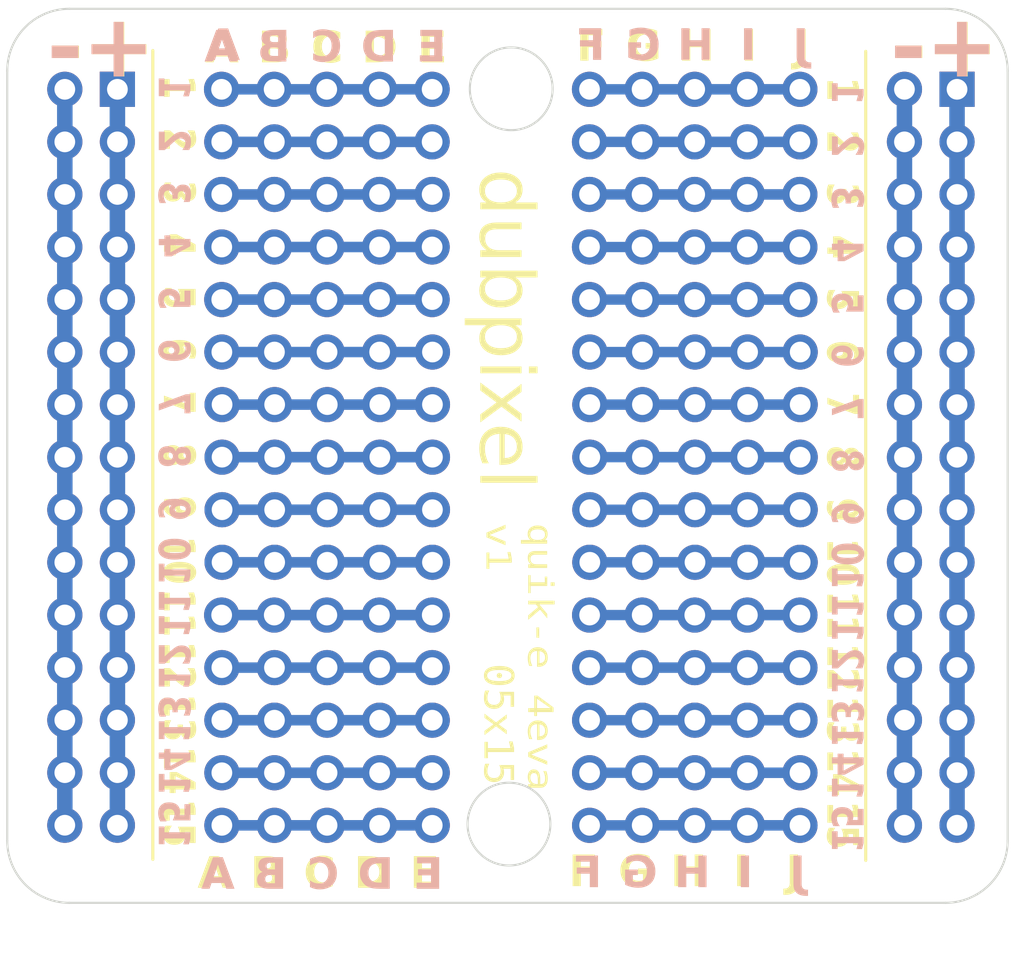
<source format=kicad_pcb>
(kicad_pcb (version 20221018) (generator pcbnew)
  (layers (0 "F.Cu" signal) (1 "In1.Cu" signal) (2 "In2.Cu" signal) (31 "B.Cu" signal) (34 "B.Paste" user) (35 "F.Paste" user) (36 "B.SilkS" user "B.Silkscreen") (37 "F.SilkS" user "F.Silkscreen") (38 "B.Mask" user) (39 "F.Mask" user) (44 "Edge.Cuts" user))
  (net 0 "")
  (net 1 "VCC")
  (net 2 "GND")
  (footprint "DPX_CONN:dpx-02x15-nosilk" (layer "F.Cu") (at 46.22 33.615)
    (fp_text reference "J1" hide)
    (fp_text value "Conn_02x30_Top_Bottom" hide)
    (pad "1" thru_hole rect (at 0 0) (size 1.7 1.7) (drill 1) (layers "*.Cu" "*.Mask") (net 1 "VCC"))
    (pad "2" thru_hole oval (at -2.54 0) (size 1.7 1.7) (drill 1) (layers "*.Cu" "*.Mask") (net 2 "GND"))
    (pad "3" thru_hole oval (at 0 2.54) (size 1.7 1.7) (drill 1) (layers "*.Cu" "*.Mask") (net 1 "VCC"))
    (pad "4" thru_hole oval (at -2.54 2.54) (size 1.7 1.7) (drill 1) (layers "*.Cu" "*.Mask") (net 2 "GND"))
    (pad "5" thru_hole oval (at 0 5.08) (size 1.7 1.7) (drill 1) (layers "*.Cu" "*.Mask") (net 1 "VCC"))
    (pad "6" thru_hole oval (at -2.54 5.08) (size 1.7 1.7) (drill 1) (layers "*.Cu" "*.Mask") (net 2 "GND"))
    (pad "7" thru_hole oval (at 0 7.62) (size 1.7 1.7) (drill 1) (layers "*.Cu" "*.Mask") (net 1 "VCC"))
    (pad "8" thru_hole oval (at -2.54 7.62) (size 1.7 1.7) (drill 1) (layers "*.Cu" "*.Mask") (net 2 "GND"))
    (pad "9" thru_hole oval (at 0 10.16) (size 1.7 1.7) (drill 1) (layers "*.Cu" "*.Mask") (net 1 "VCC"))
    (pad "10" thru_hole oval (at -2.54 10.16) (size 1.7 1.7) (drill 1) (layers "*.Cu" "*.Mask") (net 2 "GND"))
    (pad "11" thru_hole oval (at 0 12.7) (size 1.7 1.7) (drill 1) (layers "*.Cu" "*.Mask") (net 1 "VCC"))
    (pad "12" thru_hole oval (at -2.54 12.7) (size 1.7 1.7) (drill 1) (layers "*.Cu" "*.Mask") (net 2 "GND"))
    (pad "13" thru_hole oval (at 0 15.24) (size 1.7 1.7) (drill 1) (layers "*.Cu" "*.Mask") (net 1 "VCC"))
    (pad "14" thru_hole oval (at -2.54 15.24) (size 1.7 1.7) (drill 1) (layers "*.Cu" "*.Mask") (net 2 "GND"))
    (pad "15" thru_hole oval (at 0 17.78) (size 1.7 1.7) (drill 1) (layers "*.Cu" "*.Mask") (net 1 "VCC"))
    (pad "16" thru_hole oval (at -2.54 17.78) (size 1.7 1.7) (drill 1) (layers "*.Cu" "*.Mask") (net 2 "GND"))
    (pad "17" thru_hole oval (at 0 20.32) (size 1.7 1.7) (drill 1) (layers "*.Cu" "*.Mask") (net 1 "VCC"))
    (pad "18" thru_hole oval (at -2.54 20.32) (size 1.7 1.7) (drill 1) (layers "*.Cu" "*.Mask") (net 2 "GND"))
    (pad "19" thru_hole oval (at 0 22.86) (size 1.7 1.7) (drill 1) (layers "*.Cu" "*.Mask") (net 1 "VCC"))
    (pad "20" thru_hole oval (at -2.54 22.86) (size 1.7 1.7) (drill 1) (layers "*.Cu" "*.Mask") (net 2 "GND"))
    (pad "21" thru_hole oval (at 0 25.4) (size 1.7 1.7) (drill 1) (layers "*.Cu" "*.Mask") (net 1 "VCC"))
    (pad "22" thru_hole oval (at -2.54 25.4) (size 1.7 1.7) (drill 1) (layers "*.Cu" "*.Mask") (net 2 "GND"))
    (pad "23" thru_hole oval (at 0 27.94) (size 1.7 1.7) (drill 1) (layers "*.Cu" "*.Mask") (net 1 "VCC"))
    (pad "24" thru_hole oval (at -2.54 27.94) (size 1.7 1.7) (drill 1) (layers "*.Cu" "*.Mask") (net 2 "GND"))
    (pad "25" thru_hole oval (at 0 30.48) (size 1.7 1.7) (drill 1) (layers "*.Cu" "*.Mask") (net 1 "VCC"))
    (pad "26" thru_hole oval (at -2.54 30.48) (size 1.7 1.7) (drill 1) (layers "*.Cu" "*.Mask") (net 2 "GND"))
    (pad "27" thru_hole oval (at 0 33.02) (size 1.7 1.7) (drill 1) (layers "*.Cu" "*.Mask") (net 1 "VCC"))
    (pad "28" thru_hole oval (at -2.54 33.02) (size 1.7 1.7) (drill 1) (layers "*.Cu" "*.Mask") (net 2 "GND"))
    (pad "29" thru_hole oval (at 0 35.56) (size 1.7 1.7) (drill 1) (layers "*.Cu" "*.Mask") (net 1 "VCC"))
    (pad "30" thru_hole oval (at -2.54 35.56) (size 1.7 1.7) (drill 1) (layers "*.Cu" "*.Mask") (net 2 "GND"))
  )
  (footprint "DPX_CONN:dpx-02x15-nosilk" (layer "F.Cu") (at 86.77 33.615)
    (fp_text reference "J2" hide)
    (fp_text value "Conn_02x30_Top_Bottom" hide)
    (pad "1" thru_hole rect (at 0 0) (size 1.7 1.7) (drill 1) (layers "*.Cu" "*.Mask") (net 1 "VCC"))
    (pad "2" thru_hole oval (at -2.54 0) (size 1.7 1.7) (drill 1) (layers "*.Cu" "*.Mask") (net 2 "GND"))
    (pad "3" thru_hole oval (at 0 2.54) (size 1.7 1.7) (drill 1) (layers "*.Cu" "*.Mask") (net 1 "VCC"))
    (pad "4" thru_hole oval (at -2.54 2.54) (size 1.7 1.7) (drill 1) (layers "*.Cu" "*.Mask") (net 2 "GND"))
    (pad "5" thru_hole oval (at 0 5.08) (size 1.7 1.7) (drill 1) (layers "*.Cu" "*.Mask") (net 1 "VCC"))
    (pad "6" thru_hole oval (at -2.54 5.08) (size 1.7 1.7) (drill 1) (layers "*.Cu" "*.Mask") (net 2 "GND"))
    (pad "7" thru_hole oval (at 0 7.62) (size 1.7 1.7) (drill 1) (layers "*.Cu" "*.Mask") (net 1 "VCC"))
    (pad "8" thru_hole oval (at -2.54 7.62) (size 1.7 1.7) (drill 1) (layers "*.Cu" "*.Mask") (net 2 "GND"))
    (pad "9" thru_hole oval (at 0 10.16) (size 1.7 1.7) (drill 1) (layers "*.Cu" "*.Mask") (net 1 "VCC"))
    (pad "10" thru_hole oval (at -2.54 10.16) (size 1.7 1.7) (drill 1) (layers "*.Cu" "*.Mask") (net 2 "GND"))
    (pad "11" thru_hole oval (at 0 12.7) (size 1.7 1.7) (drill 1) (layers "*.Cu" "*.Mask") (net 1 "VCC"))
    (pad "12" thru_hole oval (at -2.54 12.7) (size 1.7 1.7) (drill 1) (layers "*.Cu" "*.Mask") (net 2 "GND"))
    (pad "13" thru_hole oval (at 0 15.24) (size 1.7 1.7) (drill 1) (layers "*.Cu" "*.Mask") (net 1 "VCC"))
    (pad "14" thru_hole oval (at -2.54 15.24) (size 1.7 1.7) (drill 1) (layers "*.Cu" "*.Mask") (net 2 "GND"))
    (pad "15" thru_hole oval (at 0 17.78) (size 1.7 1.7) (drill 1) (layers "*.Cu" "*.Mask") (net 1 "VCC"))
    (pad "16" thru_hole oval (at -2.54 17.78) (size 1.7 1.7) (drill 1) (layers "*.Cu" "*.Mask") (net 2 "GND"))
    (pad "17" thru_hole oval (at 0 20.32) (size 1.7 1.7) (drill 1) (layers "*.Cu" "*.Mask") (net 1 "VCC"))
    (pad "18" thru_hole oval (at -2.54 20.32) (size 1.7 1.7) (drill 1) (layers "*.Cu" "*.Mask") (net 2 "GND"))
    (pad "19" thru_hole oval (at 0 22.86) (size 1.7 1.7) (drill 1) (layers "*.Cu" "*.Mask") (net 1 "VCC"))
    (pad "20" thru_hole oval (at -2.54 22.86) (size 1.7 1.7) (drill 1) (layers "*.Cu" "*.Mask") (net 2 "GND"))
    (pad "21" thru_hole oval (at 0 25.4) (size 1.7 1.7) (drill 1) (layers "*.Cu" "*.Mask") (net 1 "VCC"))
    (pad "22" thru_hole oval (at -2.54 25.4) (size 1.7 1.7) (drill 1) (layers "*.Cu" "*.Mask") (net 2 "GND"))
    (pad "23" thru_hole oval (at 0 27.94) (size 1.7 1.7) (drill 1) (layers "*.Cu" "*.Mask") (net 1 "VCC"))
    (pad "24" thru_hole oval (at -2.54 27.94) (size 1.7 1.7) (drill 1) (layers "*.Cu" "*.Mask") (net 2 "GND"))
    (pad "25" thru_hole oval (at 0 30.48) (size 1.7 1.7) (drill 1) (layers "*.Cu" "*.Mask") (net 1 "VCC"))
    (pad "26" thru_hole oval (at -2.54 30.48) (size 1.7 1.7) (drill 1) (layers "*.Cu" "*.Mask") (net 2 "GND"))
    (pad "27" thru_hole oval (at 0 33.02) (size 1.7 1.7) (drill 1) (layers "*.Cu" "*.Mask") (net 1 "VCC"))
    (pad "28" thru_hole oval (at -2.54 33.02) (size 1.7 1.7) (drill 1) (layers "*.Cu" "*.Mask") (net 2 "GND"))
    (pad "29" thru_hole oval (at 0 35.56) (size 1.7 1.7) (drill 1) (layers "*.Cu" "*.Mask") (net 1 "VCC"))
    (pad "30" thru_hole oval (at -2.54 35.56) (size 1.7 1.7) (drill 1) (layers "*.Cu" "*.Mask") (net 2 "GND"))
  )
  (footprint "DPX_CONN:DPX_PROTOBOARD-5x5" (layer "B.Cu") (at 65.235 46.31 180)
    (fp_text reference "U2" hide)
    (fp_text value "~" hide)
    (fp_line (start -13.96 -10.16) (end -11.42 -10.16) (stroke (width 0.508)) (layer "B.Cu"))
    (fp_line (start -13.96 -7.62) (end -11.42 -7.62) (stroke (width 0.508)) (layer "B.Cu"))
    (fp_line (start -13.96 -5.08) (end -11.42 -5.08) (stroke (width 0.508)) (layer "B.Cu"))
    (fp_line (start -13.96 -2.54) (end -11.42 -2.54) (stroke (width 0.508)) (layer "B.Cu"))
    (fp_line (start -13.96 0) (end -11.42 0) (stroke (width 0.508)) (layer "B.Cu"))
    (fp_line (start -11.42 -10.16) (end -8.88 -10.16) (stroke (width 0.508)) (layer "B.Cu"))
    (fp_line (start -11.42 -7.62) (end -8.88 -7.62) (stroke (width 0.508)) (layer "B.Cu"))
    (fp_line (start -11.42 -5.08) (end -8.88 -5.08) (stroke (width 0.508)) (layer "B.Cu"))
    (fp_line (start -11.42 -2.54) (end -8.88 -2.54) (stroke (width 0.508)) (layer "B.Cu"))
    (fp_line (start -11.42 0) (end -8.88 0) (stroke (width 0.508)) (layer "B.Cu"))
    (fp_line (start -8.88 -10.16) (end -6.34 -10.16) (stroke (width 0.508)) (layer "B.Cu"))
    (fp_line (start -8.88 -7.62) (end -6.34 -7.62) (stroke (width 0.508)) (layer "B.Cu"))
    (fp_line (start -8.88 -5.08) (end -6.34 -5.08) (stroke (width 0.508)) (layer "B.Cu"))
    (fp_line (start -8.88 -2.54) (end -6.34 -2.54) (stroke (width 0.508)) (layer "B.Cu"))
    (fp_line (start -8.88 0) (end -6.34 0) (stroke (width 0.508)) (layer "B.Cu"))
    (fp_line (start -3.8 -10.16) (end -6.34 -10.16) (stroke (width 0.5)) (layer "B.Cu"))
    (fp_line (start -3.8 -7.62) (end -6.34 -7.62) (stroke (width 0.5)) (layer "B.Cu"))
    (fp_line (start -3.8 -5.08) (end -6.34 -5.08) (stroke (width 0.5)) (layer "B.Cu"))
    (fp_line (start -3.8 -2.54) (end -6.34 -2.54) (stroke (width 0.5)) (layer "B.Cu"))
    (fp_line (start -3.8 0) (end -6.34 0) (stroke (width 0.5)) (layer "B.Cu"))
    (fp_line (start 3.8 -10.16) (end 6.34 -10.16) (stroke (width 0.508)) (layer "B.Cu"))
    (fp_line (start 3.8 -7.62) (end 6.34 -7.62) (stroke (width 0.508)) (layer "B.Cu"))
    (fp_line (start 3.8 -5.08) (end 6.34 -5.08) (stroke (width 0.508)) (layer "B.Cu"))
    (fp_line (start 3.8 -2.54) (end 6.34 -2.54) (stroke (width 0.508)) (layer "B.Cu"))
    (fp_line (start 3.81 0) (end 6.35 0) (stroke (width 0.508)) (layer "B.Cu"))
    (fp_line (start 6.34 -10.16) (end 8.88 -10.16) (stroke (width 0.508)) (layer "B.Cu"))
    (fp_line (start 6.34 -7.62) (end 8.88 -7.62) (stroke (width 0.508)) (layer "B.Cu"))
    (fp_line (start 6.34 -5.08) (end 8.88 -5.08) (stroke (width 0.508)) (layer "B.Cu"))
    (fp_line (start 6.34 -2.54) (end 8.88 -2.54) (stroke (width 0.508)) (layer "B.Cu"))
    (fp_line (start 6.35 0) (end 8.89 0) (stroke (width 0.508)) (layer "B.Cu"))
    (fp_line (start 8.88 -10.16) (end 11.42 -10.16) (stroke (width 0.508)) (layer "B.Cu"))
    (fp_line (start 8.88 -7.62) (end 11.42 -7.62) (stroke (width 0.508)) (layer "B.Cu"))
    (fp_line (start 8.88 -5.08) (end 11.42 -5.08) (stroke (width 0.508)) (layer "B.Cu"))
    (fp_line (start 8.88 -2.54) (end 11.42 -2.54) (stroke (width 0.508)) (layer "B.Cu"))
    (fp_line (start 8.89 0) (end 11.43 0) (stroke (width 0.508)) (layer "B.Cu"))
    (fp_line (start 11.42 -10.16) (end 13.96 -10.16) (stroke (width 0.508)) (layer "B.Cu"))
    (fp_line (start 11.42 -7.62) (end 13.96 -7.62) (stroke (width 0.508)) (layer "B.Cu"))
    (fp_line (start 11.42 -5.08) (end 13.96 -5.08) (stroke (width 0.508)) (layer "B.Cu"))
    (fp_line (start 11.42 -2.54) (end 13.96 -2.54) (stroke (width 0.508)) (layer "B.Cu"))
    (fp_line (start 11.43 0) (end 13.97 0) (stroke (width 0.508)) (layer "B.Cu"))
    (pad "1" thru_hole oval (at -13.96 0 90) (size 1.7 1.7) (drill 1) (layers "*.Cu" "*.Mask"))
    (pad "2" thru_hole oval (at -11.42 0 90) (size 1.7 1.7) (drill 1) (layers "*.Cu" "*.Mask"))
    (pad "3" thru_hole oval (at -8.88 0 90) (size 1.7 1.7) (drill 1) (layers "*.Cu" "*.Mask"))
    (pad "4" thru_hole oval (at -6.34 0 90) (size 1.7 1.7) (drill 1) (layers "*.Cu" "*.Mask"))
    (pad "5" thru_hole oval (at -3.8 0 90) (size 1.7 1.7) (drill 1) (layers "*.Cu" "*.Mask"))
    (pad "6" thru_hole oval (at 3.8 0 270) (size 1.7 1.7) (drill 1) (layers "*.Cu" "*.Mask"))
    (pad "11" thru_hole oval (at -13.96 -2.54 90) (size 1.7 1.7) (drill 1) (layers "*.Cu" "*.Mask"))
    (pad "12" thru_hole oval (at -11.42 -2.54 90) (size 1.7 1.7) (drill 1) (layers "*.Cu" "*.Mask"))
    (pad "13" thru_hole oval (at -8.88 -2.54 90) (size 1.7 1.7) (drill 1) (layers "*.Cu" "*.Mask"))
    (pad "14" thru_hole oval (at -6.34 -2.54 90) (size 1.7 1.7) (drill 1) (layers "*.Cu" "*.Mask"))
    (pad "15" thru_hole oval (at -3.8 -2.54 90) (size 1.7 1.7) (drill 1) (layers "*.Cu" "*.Mask"))
    (pad "16" thru_hole oval (at 3.8 -2.54 270) (size 1.7 1.7) (drill 1) (layers "*.Cu" "*.Mask"))
    (pad "17" thru_hole oval (at 6.34 -2.54 270) (size 1.7 1.7) (drill 1) (layers "*.Cu" "*.Mask"))
    (pad "17" thru_hole oval (at 6.35 0 270) (size 1.7 1.7) (drill 1) (layers "*.Cu" "*.Mask"))
    (pad "18" thru_hole oval (at 8.88 -2.54 270) (size 1.7 1.7) (drill 1) (layers "*.Cu" "*.Mask"))
    (pad "18" thru_hole oval (at 8.89 0 270) (size 1.7 1.7) (drill 1) (layers "*.Cu" "*.Mask"))
    (pad "19" thru_hole oval (at 11.42 -2.54 270) (size 1.7 1.7) (drill 1) (layers "*.Cu" "*.Mask"))
    (pad "19" thru_hole oval (at 11.43 0 270) (size 1.7 1.7) (drill 1) (layers "*.Cu" "*.Mask"))
    (pad "20" thru_hole oval (at 13.96 -2.54 270) (size 1.7 1.7) (drill 1) (layers "*.Cu" "*.Mask"))
    (pad "20" thru_hole oval (at 13.97 0 270) (size 1.7 1.7) (drill 1) (layers "*.Cu" "*.Mask"))
    (pad "21" thru_hole oval (at -13.96 -5.08 90) (size 1.7 1.7) (drill 1) (layers "*.Cu" "*.Mask"))
    (pad "22" thru_hole oval (at -11.42 -5.08 90) (size 1.7 1.7) (drill 1) (layers "*.Cu" "*.Mask"))
    (pad "23" thru_hole oval (at -8.88 -5.08 90) (size 1.7 1.7) (drill 1) (layers "*.Cu" "*.Mask"))
    (pad "24" thru_hole oval (at -6.34 -5.08 90) (size 1.7 1.7) (drill 1) (layers "*.Cu" "*.Mask"))
    (pad "25" thru_hole oval (at -3.8 -5.08 90) (size 1.7 1.7) (drill 1) (layers "*.Cu" "*.Mask"))
    (pad "26" thru_hole oval (at 3.8 -5.08 270) (size 1.7 1.7) (drill 1) (layers "*.Cu" "*.Mask"))
    (pad "27" thru_hole oval (at 6.34 -5.08 270) (size 1.7 1.7) (drill 1) (layers "*.Cu" "*.Mask"))
    (pad "28" thru_hole oval (at 8.88 -5.08 270) (size 1.7 1.7) (drill 1) (layers "*.Cu" "*.Mask"))
    (pad "29" thru_hole oval (at 11.42 -5.08 270) (size 1.7 1.7) (drill 1) (layers "*.Cu" "*.Mask"))
    (pad "30" thru_hole oval (at 13.96 -5.08 270) (size 1.7 1.7) (drill 1) (layers "*.Cu" "*.Mask"))
    (pad "31" thru_hole oval (at -13.96 -7.62 90) (size 1.7 1.7) (drill 1) (layers "*.Cu" "*.Mask"))
    (pad "32" thru_hole oval (at -11.42 -7.62 90) (size 1.7 1.7) (drill 1) (layers "*.Cu" "*.Mask"))
    (pad "33" thru_hole oval (at -8.88 -7.62 90) (size 1.7 1.7) (drill 1) (layers "*.Cu" "*.Mask"))
    (pad "34" thru_hole oval (at -6.34 -7.62 90) (size 1.7 1.7) (drill 1) (layers "*.Cu" "*.Mask"))
    (pad "35" thru_hole oval (at -3.8 -7.62 90) (size 1.7 1.7) (drill 1) (layers "*.Cu" "*.Mask"))
    (pad "36" thru_hole oval (at 3.8 -7.62 270) (size 1.7 1.7) (drill 1) (layers "*.Cu" "*.Mask"))
    (pad "37" thru_hole oval (at 6.34 -7.62 270) (size 1.7 1.7) (drill 1) (layers "*.Cu" "*.Mask"))
    (pad "38" thru_hole oval (at 8.88 -7.62 270) (size 1.7 1.7) (drill 1) (layers "*.Cu" "*.Mask"))
    (pad "39" thru_hole oval (at 11.42 -7.62 270) (size 1.7 1.7) (drill 1) (layers "*.Cu" "*.Mask"))
    (pad "40" thru_hole oval (at 13.96 -7.62 270) (size 1.7 1.7) (drill 1) (layers "*.Cu" "*.Mask"))
    (pad "41" thru_hole oval (at -13.96 -10.16 90) (size 1.7 1.7) (drill 1) (layers "*.Cu" "*.Mask"))
    (pad "42" thru_hole oval (at -11.42 -10.16 90) (size 1.7 1.7) (drill 1) (layers "*.Cu" "*.Mask"))
    (pad "43" thru_hole oval (at -8.88 -10.16 90) (size 1.7 1.7) (drill 1) (layers "*.Cu" "*.Mask"))
    (pad "44" thru_hole oval (at -6.34 -10.16 90) (size 1.7 1.7) (drill 1) (layers "*.Cu" "*.Mask"))
    (pad "45" thru_hole oval (at -3.8 -10.16 90) (size 1.7 1.7) (drill 1) (layers "*.Cu" "*.Mask"))
    (pad "46" thru_hole oval (at 3.8 -10.16 270) (size 1.7 1.7) (drill 1) (layers "*.Cu" "*.Mask"))
    (pad "47" thru_hole oval (at 6.34 -10.16 270) (size 1.7 1.7) (drill 1) (layers "*.Cu" "*.Mask"))
    (pad "48" thru_hole oval (at 8.88 -10.16 270) (size 1.7 1.7) (drill 1) (layers "*.Cu" "*.Mask"))
    (pad "49" thru_hole oval (at 11.42 -10.16 270) (size 1.7 1.7) (drill 1) (layers "*.Cu" "*.Mask"))
    (pad "50" thru_hole oval (at 13.96 -10.16 270) (size 1.7 1.7) (drill 1) (layers "*.Cu" "*.Mask"))
  )
  (footprint "DPX_CONN:DPX_PROTOBOARD-5x5" (layer "B.Cu") (at 65.22 33.615 180)
    (fp_text reference "U1" hide)
    (fp_text value "~" hide)
    (fp_line (start -13.96 -10.16) (end -11.42 -10.16) (stroke (width 0.508)) (layer "B.Cu"))
    (fp_line (start -13.96 -7.62) (end -11.42 -7.62) (stroke (width 0.508)) (layer "B.Cu"))
    (fp_line (start -13.96 -5.08) (end -11.42 -5.08) (stroke (width 0.508)) (layer "B.Cu"))
    (fp_line (start -13.96 -2.54) (end -11.42 -2.54) (stroke (width 0.508)) (layer "B.Cu"))
    (fp_line (start -13.96 0) (end -11.42 0) (stroke (width 0.508)) (layer "B.Cu"))
    (fp_line (start -11.42 -10.16) (end -8.88 -10.16) (stroke (width 0.508)) (layer "B.Cu"))
    (fp_line (start -11.42 -7.62) (end -8.88 -7.62) (stroke (width 0.508)) (layer "B.Cu"))
    (fp_line (start -11.42 -5.08) (end -8.88 -5.08) (stroke (width 0.508)) (layer "B.Cu"))
    (fp_line (start -11.42 -2.54) (end -8.88 -2.54) (stroke (width 0.508)) (layer "B.Cu"))
    (fp_line (start -11.42 0) (end -8.88 0) (stroke (width 0.508)) (layer "B.Cu"))
    (fp_line (start -8.88 -10.16) (end -6.34 -10.16) (stroke (width 0.508)) (layer "B.Cu"))
    (fp_line (start -8.88 -7.62) (end -6.34 -7.62) (stroke (width 0.508)) (layer "B.Cu"))
    (fp_line (start -8.88 -5.08) (end -6.34 -5.08) (stroke (width 0.508)) (layer "B.Cu"))
    (fp_line (start -8.88 -2.54) (end -6.34 -2.54) (stroke (width 0.508)) (layer "B.Cu"))
    (fp_line (start -8.88 0) (end -6.34 0) (stroke (width 0.508)) (layer "B.Cu"))
    (fp_line (start -3.8 -10.16) (end -6.34 -10.16) (stroke (width 0.5)) (layer "B.Cu"))
    (fp_line (start -3.8 -7.62) (end -6.34 -7.62) (stroke (width 0.5)) (layer "B.Cu"))
    (fp_line (start -3.8 -5.08) (end -6.34 -5.08) (stroke (width 0.5)) (layer "B.Cu"))
    (fp_line (start -3.8 -2.54) (end -6.34 -2.54) (stroke (width 0.5)) (layer "B.Cu"))
    (fp_line (start -3.8 0) (end -6.34 0) (stroke (width 0.5)) (layer "B.Cu"))
    (fp_line (start 3.8 -10.16) (end 6.34 -10.16) (stroke (width 0.508)) (layer "B.Cu"))
    (fp_line (start 3.8 -7.62) (end 6.34 -7.62) (stroke (width 0.508)) (layer "B.Cu"))
    (fp_line (start 3.8 -5.08) (end 6.34 -5.08) (stroke (width 0.508)) (layer "B.Cu"))
    (fp_line (start 3.8 -2.54) (end 6.34 -2.54) (stroke (width 0.508)) (layer "B.Cu"))
    (fp_line (start 3.81 0) (end 6.35 0) (stroke (width 0.508)) (layer "B.Cu"))
    (fp_line (start 6.34 -10.16) (end 8.88 -10.16) (stroke (width 0.508)) (layer "B.Cu"))
    (fp_line (start 6.34 -7.62) (end 8.88 -7.62) (stroke (width 0.508)) (layer "B.Cu"))
    (fp_line (start 6.34 -5.08) (end 8.88 -5.08) (stroke (width 0.508)) (layer "B.Cu"))
    (fp_line (start 6.34 -2.54) (end 8.88 -2.54) (stroke (width 0.508)) (layer "B.Cu"))
    (fp_line (start 6.35 0) (end 8.89 0) (stroke (width 0.508)) (layer "B.Cu"))
    (fp_line (start 8.88 -10.16) (end 11.42 -10.16) (stroke (width 0.508)) (layer "B.Cu"))
    (fp_line (start 8.88 -7.62) (end 11.42 -7.62) (stroke (width 0.508)) (layer "B.Cu"))
    (fp_line (start 8.88 -5.08) (end 11.42 -5.08) (stroke (width 0.508)) (layer "B.Cu"))
    (fp_line (start 8.88 -2.54) (end 11.42 -2.54) (stroke (width 0.508)) (layer "B.Cu"))
    (fp_line (start 8.89 0) (end 11.43 0) (stroke (width 0.508)) (layer "B.Cu"))
    (fp_line (start 11.42 -10.16) (end 13.96 -10.16) (stroke (width 0.508)) (layer "B.Cu"))
    (fp_line (start 11.42 -7.62) (end 13.96 -7.62) (stroke (width 0.508)) (layer "B.Cu"))
    (fp_line (start 11.42 -5.08) (end 13.96 -5.08) (stroke (width 0.508)) (layer "B.Cu"))
    (fp_line (start 11.42 -2.54) (end 13.96 -2.54) (stroke (width 0.508)) (layer "B.Cu"))
    (fp_line (start 11.43 0) (end 13.97 0) (stroke (width 0.508)) (layer "B.Cu"))
    (pad "1" thru_hole oval (at -13.96 0 90) (size 1.7 1.7) (drill 1) (layers "*.Cu" "*.Mask"))
    (pad "2" thru_hole oval (at -11.42 0 90) (size 1.7 1.7) (drill 1) (layers "*.Cu" "*.Mask"))
    (pad "3" thru_hole oval (at -8.88 0 90) (size 1.7 1.7) (drill 1) (layers "*.Cu" "*.Mask"))
    (pad "4" thru_hole oval (at -6.34 0 90) (size 1.7 1.7) (drill 1) (layers "*.Cu" "*.Mask"))
    (pad "5" thru_hole oval (at -3.8 0 90) (size 1.7 1.7) (drill 1) (layers "*.Cu" "*.Mask"))
    (pad "6" thru_hole oval (at 3.8 0 270) (size 1.7 1.7) (drill 1) (layers "*.Cu" "*.Mask"))
    (pad "11" thru_hole oval (at -13.96 -2.54 90) (size 1.7 1.7) (drill 1) (layers "*.Cu" "*.Mask"))
    (pad "12" thru_hole oval (at -11.42 -2.54 90) (size 1.7 1.7) (drill 1) (layers "*.Cu" "*.Mask"))
    (pad "13" thru_hole oval (at -8.88 -2.54 90) (size 1.7 1.7) (drill 1) (layers "*.Cu" "*.Mask"))
    (pad "14" thru_hole oval (at -6.34 -2.54 90) (size 1.7 1.7) (drill 1) (layers "*.Cu" "*.Mask"))
    (pad "15" thru_hole oval (at -3.8 -2.54 90) (size 1.7 1.7) (drill 1) (layers "*.Cu" "*.Mask"))
    (pad "16" thru_hole oval (at 3.8 -2.54 270) (size 1.7 1.7) (drill 1) (layers "*.Cu" "*.Mask"))
    (pad "17" thru_hole oval (at 6.34 -2.54 270) (size 1.7 1.7) (drill 1) (layers "*.Cu" "*.Mask"))
    (pad "17" thru_hole oval (at 6.35 0 270) (size 1.7 1.7) (drill 1) (layers "*.Cu" "*.Mask"))
    (pad "18" thru_hole oval (at 8.88 -2.54 270) (size 1.7 1.7) (drill 1) (layers "*.Cu" "*.Mask"))
    (pad "18" thru_hole oval (at 8.89 0 270) (size 1.7 1.7) (drill 1) (layers "*.Cu" "*.Mask"))
    (pad "19" thru_hole oval (at 11.42 -2.54 270) (size 1.7 1.7) (drill 1) (layers "*.Cu" "*.Mask"))
    (pad "19" thru_hole oval (at 11.43 0 270) (size 1.7 1.7) (drill 1) (layers "*.Cu" "*.Mask"))
    (pad "20" thru_hole oval (at 13.96 -2.54 270) (size 1.7 1.7) (drill 1) (layers "*.Cu" "*.Mask"))
    (pad "20" thru_hole oval (at 13.97 0 270) (size 1.7 1.7) (drill 1) (layers "*.Cu" "*.Mask"))
    (pad "21" thru_hole oval (at -13.96 -5.08 90) (size 1.7 1.7) (drill 1) (layers "*.Cu" "*.Mask"))
    (pad "22" thru_hole oval (at -11.42 -5.08 90) (size 1.7 1.7) (drill 1) (layers "*.Cu" "*.Mask"))
    (pad "23" thru_hole oval (at -8.88 -5.08 90) (size 1.7 1.7) (drill 1) (layers "*.Cu" "*.Mask"))
    (pad "24" thru_hole oval (at -6.34 -5.08 90) (size 1.7 1.7) (drill 1) (layers "*.Cu" "*.Mask"))
    (pad "25" thru_hole oval (at -3.8 -5.08 90) (size 1.7 1.7) (drill 1) (layers "*.Cu" "*.Mask"))
    (pad "26" thru_hole oval (at 3.8 -5.08 270) (size 1.7 1.7) (drill 1) (layers "*.Cu" "*.Mask"))
    (pad "27" thru_hole oval (at 6.34 -5.08 270) (size 1.7 1.7) (drill 1) (layers "*.Cu" "*.Mask"))
    (pad "28" thru_hole oval (at 8.88 -5.08 270) (size 1.7 1.7) (drill 1) (layers "*.Cu" "*.Mask"))
    (pad "29" thru_hole oval (at 11.42 -5.08 270) (size 1.7 1.7) (drill 1) (layers "*.Cu" "*.Mask"))
    (pad "30" thru_hole oval (at 13.96 -5.08 270) (size 1.7 1.7) (drill 1) (layers "*.Cu" "*.Mask"))
    (pad "31" thru_hole oval (at -13.96 -7.62 90) (size 1.7 1.7) (drill 1) (layers "*.Cu" "*.Mask"))
    (pad "32" thru_hole oval (at -11.42 -7.62 90) (size 1.7 1.7) (drill 1) (layers "*.Cu" "*.Mask"))
    (pad "33" thru_hole oval (at -8.88 -7.62 90) (size 1.7 1.7) (drill 1) (layers "*.Cu" "*.Mask"))
    (pad "34" thru_hole oval (at -6.34 -7.62 90) (size 1.7 1.7) (drill 1) (layers "*.Cu" "*.Mask"))
    (pad "35" thru_hole oval (at -3.8 -7.62 90) (size 1.7 1.7) (drill 1) (layers "*.Cu" "*.Mask"))
    (pad "36" thru_hole oval (at 3.8 -7.62 270) (size 1.7 1.7) (drill 1) (layers "*.Cu" "*.Mask"))
    (pad "37" thru_hole oval (at 6.34 -7.62 270) (size 1.7 1.7) (drill 1) (layers "*.Cu" "*.Mask"))
    (pad "38" thru_hole oval (at 8.88 -7.62 270) (size 1.7 1.7) (drill 1) (layers "*.Cu" "*.Mask"))
    (pad "39" thru_hole oval (at 11.42 -7.62 270) (size 1.7 1.7) (drill 1) (layers "*.Cu" "*.Mask"))
    (pad "40" thru_hole oval (at 13.96 -7.62 270) (size 1.7 1.7) (drill 1) (layers "*.Cu" "*.Mask"))
    (pad "41" thru_hole oval (at -13.96 -10.16 90) (size 1.7 1.7) (drill 1) (layers "*.Cu" "*.Mask"))
    (pad "42" thru_hole oval (at -11.42 -10.16 90) (size 1.7 1.7) (drill 1) (layers "*.Cu" "*.Mask"))
    (pad "43" thru_hole oval (at -8.88 -10.16 90) (size 1.7 1.7) (drill 1) (layers "*.Cu" "*.Mask"))
    (pad "44" thru_hole oval (at -6.34 -10.16 90) (size 1.7 1.7) (drill 1) (layers "*.Cu" "*.Mask"))
    (pad "45" thru_hole oval (at -3.8 -10.16 90) (size 1.7 1.7) (drill 1) (layers "*.Cu" "*.Mask"))
    (pad "46" thru_hole oval (at 3.8 -10.16 270) (size 1.7 1.7) (drill 1) (layers "*.Cu" "*.Mask"))
    (pad "47" thru_hole oval (at 6.34 -10.16 270) (size 1.7 1.7) (drill 1) (layers "*.Cu" "*.Mask"))
    (pad "48" thru_hole oval (at 8.88 -10.16 270) (size 1.7 1.7) (drill 1) (layers "*.Cu" "*.Mask"))
    (pad "49" thru_hole oval (at 11.42 -10.16 270) (size 1.7 1.7) (drill 1) (layers "*.Cu" "*.Mask"))
    (pad "50" thru_hole oval (at 13.96 -10.16 270) (size 1.7 1.7) (drill 1) (layers "*.Cu" "*.Mask"))
  )
  (footprint "DPX_CONN:DPX_PROTOBOARD-5x5" (layer "B.Cu") (at 65.225 59.02 180)
    (fp_text reference "U3" hide)
    (fp_text value "~" hide)
    (fp_line (start -13.96 -10.16) (end -11.42 -10.16) (stroke (width 0.508)) (layer "B.Cu"))
    (fp_line (start -13.96 -7.62) (end -11.42 -7.62) (stroke (width 0.508)) (layer "B.Cu"))
    (fp_line (start -13.96 -5.08) (end -11.42 -5.08) (stroke (width 0.508)) (layer "B.Cu"))
    (fp_line (start -13.96 -2.54) (end -11.42 -2.54) (stroke (width 0.508)) (layer "B.Cu"))
    (fp_line (start -13.96 0) (end -11.42 0) (stroke (width 0.508)) (layer "B.Cu"))
    (fp_line (start -11.42 -10.16) (end -8.88 -10.16) (stroke (width 0.508)) (layer "B.Cu"))
    (fp_line (start -11.42 -7.62) (end -8.88 -7.62) (stroke (width 0.508)) (layer "B.Cu"))
    (fp_line (start -11.42 -5.08) (end -8.88 -5.08) (stroke (width 0.508)) (layer "B.Cu"))
    (fp_line (start -11.42 -2.54) (end -8.88 -2.54) (stroke (width 0.508)) (layer "B.Cu"))
    (fp_line (start -11.42 0) (end -8.88 0) (stroke (width 0.508)) (layer "B.Cu"))
    (fp_line (start -8.88 -10.16) (end -6.34 -10.16) (stroke (width 0.508)) (layer "B.Cu"))
    (fp_line (start -8.88 -7.62) (end -6.34 -7.62) (stroke (width 0.508)) (layer "B.Cu"))
    (fp_line (start -8.88 -5.08) (end -6.34 -5.08) (stroke (width 0.508)) (layer "B.Cu"))
    (fp_line (start -8.88 -2.54) (end -6.34 -2.54) (stroke (width 0.508)) (layer "B.Cu"))
    (fp_line (start -8.88 0) (end -6.34 0) (stroke (width 0.508)) (layer "B.Cu"))
    (fp_line (start -3.8 -10.16) (end -6.34 -10.16) (stroke (width 0.5)) (layer "B.Cu"))
    (fp_line (start -3.8 -7.62) (end -6.34 -7.62) (stroke (width 0.5)) (layer "B.Cu"))
    (fp_line (start -3.8 -5.08) (end -6.34 -5.08) (stroke (width 0.5)) (layer "B.Cu"))
    (fp_line (start -3.8 -2.54) (end -6.34 -2.54) (stroke (width 0.5)) (layer "B.Cu"))
    (fp_line (start -3.8 0) (end -6.34 0) (stroke (width 0.5)) (layer "B.Cu"))
    (fp_line (start 3.8 -10.16) (end 6.34 -10.16) (stroke (width 0.508)) (layer "B.Cu"))
    (fp_line (start 3.8 -7.62) (end 6.34 -7.62) (stroke (width 0.508)) (layer "B.Cu"))
    (fp_line (start 3.8 -5.08) (end 6.34 -5.08) (stroke (width 0.508)) (layer "B.Cu"))
    (fp_line (start 3.8 -2.54) (end 6.34 -2.54) (stroke (width 0.508)) (layer "B.Cu"))
    (fp_line (start 3.81 0) (end 6.35 0) (stroke (width 0.508)) (layer "B.Cu"))
    (fp_line (start 6.34 -10.16) (end 8.88 -10.16) (stroke (width 0.508)) (layer "B.Cu"))
    (fp_line (start 6.34 -7.62) (end 8.88 -7.62) (stroke (width 0.508)) (layer "B.Cu"))
    (fp_line (start 6.34 -5.08) (end 8.88 -5.08) (stroke (width 0.508)) (layer "B.Cu"))
    (fp_line (start 6.34 -2.54) (end 8.88 -2.54) (stroke (width 0.508)) (layer "B.Cu"))
    (fp_line (start 6.35 0) (end 8.89 0) (stroke (width 0.508)) (layer "B.Cu"))
    (fp_line (start 8.88 -10.16) (end 11.42 -10.16) (stroke (width 0.508)) (layer "B.Cu"))
    (fp_line (start 8.88 -7.62) (end 11.42 -7.62) (stroke (width 0.508)) (layer "B.Cu"))
    (fp_line (start 8.88 -5.08) (end 11.42 -5.08) (stroke (width 0.508)) (layer "B.Cu"))
    (fp_line (start 8.88 -2.54) (end 11.42 -2.54) (stroke (width 0.508)) (layer "B.Cu"))
    (fp_line (start 8.89 0) (end 11.43 0) (stroke (width 0.508)) (layer "B.Cu"))
    (fp_line (start 11.42 -10.16) (end 13.96 -10.16) (stroke (width 0.508)) (layer "B.Cu"))
    (fp_line (start 11.42 -7.62) (end 13.96 -7.62) (stroke (width 0.508)) (layer "B.Cu"))
    (fp_line (start 11.42 -5.08) (end 13.96 -5.08) (stroke (width 0.508)) (layer "B.Cu"))
    (fp_line (start 11.42 -2.54) (end 13.96 -2.54) (stroke (width 0.508)) (layer "B.Cu"))
    (fp_line (start 11.43 0) (end 13.97 0) (stroke (width 0.508)) (layer "B.Cu"))
    (pad "1" thru_hole oval (at -13.96 0 90) (size 1.7 1.7) (drill 1) (layers "*.Cu" "*.Mask"))
    (pad "2" thru_hole oval (at -11.42 0 90) (size 1.7 1.7) (drill 1) (layers "*.Cu" "*.Mask"))
    (pad "3" thru_hole oval (at -8.88 0 90) (size 1.7 1.7) (drill 1) (layers "*.Cu" "*.Mask"))
    (pad "4" thru_hole oval (at -6.34 0 90) (size 1.7 1.7) (drill 1) (layers "*.Cu" "*.Mask"))
    (pad "5" thru_hole oval (at -3.8 0 90) (size 1.7 1.7) (drill 1) (layers "*.Cu" "*.Mask"))
    (pad "6" thru_hole oval (at 3.8 0 270) (size 1.7 1.7) (drill 1) (layers "*.Cu" "*.Mask"))
    (pad "11" thru_hole oval (at -13.96 -2.54 90) (size 1.7 1.7) (drill 1) (layers "*.Cu" "*.Mask"))
    (pad "12" thru_hole oval (at -11.42 -2.54 90) (size 1.7 1.7) (drill 1) (layers "*.Cu" "*.Mask"))
    (pad "13" thru_hole oval (at -8.88 -2.54 90) (size 1.7 1.7) (drill 1) (layers "*.Cu" "*.Mask"))
    (pad "14" thru_hole oval (at -6.34 -2.54 90) (size 1.7 1.7) (drill 1) (layers "*.Cu" "*.Mask"))
    (pad "15" thru_hole oval (at -3.8 -2.54 90) (size 1.7 1.7) (drill 1) (layers "*.Cu" "*.Mask"))
    (pad "16" thru_hole oval (at 3.8 -2.54 270) (size 1.7 1.7) (drill 1) (layers "*.Cu" "*.Mask"))
    (pad "17" thru_hole oval (at 6.34 -2.54 270) (size 1.7 1.7) (drill 1) (layers "*.Cu" "*.Mask"))
    (pad "17" thru_hole oval (at 6.35 0 270) (size 1.7 1.7) (drill 1) (layers "*.Cu" "*.Mask"))
    (pad "18" thru_hole oval (at 8.88 -2.54 270) (size 1.7 1.7) (drill 1) (layers "*.Cu" "*.Mask"))
    (pad "18" thru_hole oval (at 8.89 0 270) (size 1.7 1.7) (drill 1) (layers "*.Cu" "*.Mask"))
    (pad "19" thru_hole oval (at 11.42 -2.54 270) (size 1.7 1.7) (drill 1) (layers "*.Cu" "*.Mask"))
    (pad "19" thru_hole oval (at 11.43 0 270) (size 1.7 1.7) (drill 1) (layers "*.Cu" "*.Mask"))
    (pad "20" thru_hole oval (at 13.96 -2.54 270) (size 1.7 1.7) (drill 1) (layers "*.Cu" "*.Mask"))
    (pad "20" thru_hole oval (at 13.97 0 270) (size 1.7 1.7) (drill 1) (layers "*.Cu" "*.Mask"))
    (pad "21" thru_hole oval (at -13.96 -5.08 90) (size 1.7 1.7) (drill 1) (layers "*.Cu" "*.Mask"))
    (pad "22" thru_hole oval (at -11.42 -5.08 90) (size 1.7 1.7) (drill 1) (layers "*.Cu" "*.Mask"))
    (pad "23" thru_hole oval (at -8.88 -5.08 90) (size 1.7 1.7) (drill 1) (layers "*.Cu" "*.Mask"))
    (pad "24" thru_hole oval (at -6.34 -5.08 90) (size 1.7 1.7) (drill 1) (layers "*.Cu" "*.Mask"))
    (pad "25" thru_hole oval (at -3.8 -5.08 90) (size 1.7 1.7) (drill 1) (layers "*.Cu" "*.Mask"))
    (pad "26" thru_hole oval (at 3.8 -5.08 270) (size 1.7 1.7) (drill 1) (layers "*.Cu" "*.Mask"))
    (pad "27" thru_hole oval (at 6.34 -5.08 270) (size 1.7 1.7) (drill 1) (layers "*.Cu" "*.Mask"))
    (pad "28" thru_hole oval (at 8.88 -5.08 270) (size 1.7 1.7) (drill 1) (layers "*.Cu" "*.Mask"))
    (pad "29" thru_hole oval (at 11.42 -5.08 270) (size 1.7 1.7) (drill 1) (layers "*.Cu" "*.Mask"))
    (pad "30" thru_hole oval (at 13.96 -5.08 270) (size 1.7 1.7) (drill 1) (layers "*.Cu" "*.Mask"))
    (pad "31" thru_hole oval (at -13.96 -7.62 90) (size 1.7 1.7) (drill 1) (layers "*.Cu" "*.Mask"))
    (pad "32" thru_hole oval (at -11.42 -7.62 90) (size 1.7 1.7) (drill 1) (layers "*.Cu" "*.Mask"))
    (pad "33" thru_hole oval (at -8.88 -7.62 90) (size 1.7 1.7) (drill 1) (layers "*.Cu" "*.Mask"))
    (pad "34" thru_hole oval (at -6.34 -7.62 90) (size 1.7 1.7) (drill 1) (layers "*.Cu" "*.Mask"))
    (pad "35" thru_hole oval (at -3.8 -7.62 90) (size 1.7 1.7) (drill 1) (layers "*.Cu" "*.Mask"))
    (pad "36" thru_hole oval (at 3.8 -7.62 270) (size 1.7 1.7) (drill 1) (layers "*.Cu" "*.Mask"))
    (pad "37" thru_hole oval (at 6.34 -7.62 270) (size 1.7 1.7) (drill 1) (layers "*.Cu" "*.Mask"))
    (pad "38" thru_hole oval (at 8.88 -7.62 270) (size 1.7 1.7) (drill 1) (layers "*.Cu" "*.Mask"))
    (pad "39" thru_hole oval (at 11.42 -7.62 270) (size 1.7 1.7) (drill 1) (layers "*.Cu" "*.Mask"))
    (pad "40" thru_hole oval (at 13.96 -7.62 270) (size 1.7 1.7) (drill 1) (layers "*.Cu" "*.Mask"))
    (pad "41" thru_hole oval (at -13.96 -10.16 90) (size 1.7 1.7) (drill 1) (layers "*.Cu" "*.Mask"))
    (pad "42" thru_hole oval (at -11.42 -10.16 90) (size 1.7 1.7) (drill 1) (layers "*.Cu" "*.Mask"))
    (pad "43" thru_hole oval (at -8.88 -10.16 90) (size 1.7 1.7) (drill 1) (layers "*.Cu" "*.Mask"))
    (pad "44" thru_hole oval (at -6.34 -10.16 90) (size 1.7 1.7) (drill 1) (layers "*.Cu" "*.Mask"))
    (pad "45" thru_hole oval (at -3.8 -10.16 90) (size 1.7 1.7) (drill 1) (layers "*.Cu" "*.Mask"))
    (pad "46" thru_hole oval (at 3.8 -10.16 270) (size 1.7 1.7) (drill 1) (layers "*.Cu" "*.Mask"))
    (pad "47" thru_hole oval (at 6.34 -10.16 270) (size 1.7 1.7) (drill 1) (layers "*.Cu" "*.Mask"))
    (pad "48" thru_hole oval (at 8.88 -10.16 270) (size 1.7 1.7) (drill 1) (layers "*.Cu" "*.Mask"))
    (pad "49" thru_hole oval (at 11.42 -10.16 270) (size 1.7 1.7) (drill 1) (layers "*.Cu" "*.Mask"))
    (pad "50" thru_hole oval (at 13.96 -10.16 270) (size 1.7 1.7) (drill 1) (layers "*.Cu" "*.Mask"))
  )
  (gr_line (start 82.36 31.78) (end 82.36 70.875) (stroke (width 0.15)) (layer "F.SilkS"))
  (gr_line (start 47.93 70.825) (end 47.93 31.74) (stroke (width 0.15)) (layer "F.SilkS"))
  (gr_arc (start 86.215 29.725) (mid 88.33632 30.60368) (end 89.215 32.725) (stroke (width 0.1)) (layer "Edge.Cuts"))
  (gr_line (start 40.9 69.925) (end 40.9 32.725) (stroke (width 0.1)) (layer "Edge.Cuts"))
  (gr_arc (start 89.215 69.925) (mid 88.33632 72.04632) (end 86.215 72.925) (stroke (width 0.1)) (layer "Edge.Cuts"))
  (gr_arc (start 40.9 32.725) (mid 41.77868 30.60368) (end 43.9 29.725) (stroke (width 0.1)) (layer "Edge.Cuts"))
  (gr_circle (center 65.24 33.59) (end 67.24 33.59) (stroke (width 0.1)) (fill none) (layer "Edge.Cuts"))
  (gr_line (start 86.215 72.925) (end 43.9 72.925) (stroke (width 0.1)) (layer "Edge.Cuts"))
  (gr_arc (start 43.9 72.925) (mid 41.77868 72.04632) (end 40.9 69.925) (stroke (width 0.1)) (layer "Edge.Cuts"))
  (gr_line (start 43.9 29.725) (end 86.215 29.725) (stroke (width 0.1)) (layer "Edge.Cuts"))
  (gr_line (start 89.215 32.725) (end 89.215 69.925) (stroke (width 0.1)) (layer "Edge.Cuts"))
  (gr_circle (center 65.13 69.12) (end 67.13 69.12) (stroke (width 0.1)) (fill none) (layer "Edge.Cuts"))
  (gr_text "C" (at 56.31 31.65) (layer "B.SilkS") (effects (font (size 1.5 1.5) (thickness 0.3) bold) (justify mirror)))
  (gr_text "I" (at 76.68 31.57) (layer "B.SilkS") (effects (font (size 1.5 1.5) (thickness 0.3) bold) (justify mirror)))
  (gr_text "7" (at 81.35 49.03 270) (layer "B.SilkS") (effects (font (size 1.5 1.2) (thickness 0.3) bold) (justify mirror)))
  (gr_text "J" (at 79.22 31.57) (layer "B.SilkS") (effects (font (size 1.5 1.5) (thickness 0.3) bold) (justify mirror)))
  (gr_text "1" (at 48.84 33.56 -90) (layer "B.SilkS") (effects (font (size 1.5 1.2) (thickness 0.3) bold) (justify mirror)))
  (gr_text "4" (at 48.84 41.18 270) (layer "B.SilkS") (effects (font (size 1.5 1.2) (thickness 0.3) bold) (justify mirror)))
  (gr_text "+" (at 46.28 31.75) (layer "B.SilkS") (effects (font (size 3 3) (thickness 0.3) bold)))
  (gr_text "15" (at 48.84 69.12 270) (layer "B.SilkS") (effects (font (size 1.5 1.2) (thickness 0.3) bold) (justify mirror)))
  (gr_text "F" (at 68.905 71.545) (layer "B.SilkS") (effects (font (size 1.5 1.5) (thickness 0.3) bold) (justify mirror)))
  (gr_text "A" (at 51.23 31.65) (layer "B.SilkS") (effects (font (size 1.5 1.5) (thickness 0.3) bold) (justify mirror)))
  (gr_text "B" (at 53.77 31.65) (layer "B.SilkS") (effects (font (size 1.5 1.5) (thickness 0.3) bold) (justify mirror)))
  (gr_text "F" (at 69.06 31.57) (layer "B.SilkS") (effects (font (size 1.5 1.5) (thickness 0.3) bold) (justify mirror)))
  (gr_text "8" (at 48.84 51.34 270) (layer "B.SilkS") (effects (font (size 1.5 1.2) (thickness 0.3) bold) (justify mirror)))
  (gr_text "-" (at 43.69 31.76) (layer "B.SilkS") (effects (font (size 3 3) (thickness 0.3) bold)))
  (gr_text "14" (at 81.35 66.81 270) (layer "B.SilkS") (effects (font (size 1.5 1.2) (thickness 0.3) bold) (justify mirror)))
  (gr_text "8" (at 81.35 51.57 270) (layer "B.SilkS") (effects (font (size 1.5 1.2) (thickness 0.3) bold) (justify mirror)))
  (gr_text "11" (at 81.35 59.19 270) (layer "B.SilkS") (effects (font (size 1.5 1.2) (thickness 0.3) bold) (justify mirror)))
  (gr_text "3" (at 48.84 38.64 270) (layer "B.SilkS") (effects (font (size 1.5 1.2) (thickness 0.3) bold) (justify mirror)))
  (gr_text "H" (at 73.985 71.545) (layer "B.SilkS") (effects (font (size 1.5 1.5) (thickness 0.3) bold) (justify mirror)))
  (gr_text "A" (at 51.075 71.625) (layer "B.SilkS") (effects (font (size 1.5 1.5) (thickness 0.3) bold) (justify mirror)))
  (gr_text "5" (at 48.84 43.72 270) (layer "B.SilkS") (effects (font (size 1.5 1.2) (thickness 0.3) bold) (justify mirror)))
  (gr_text "A" (at 51.33 31.58) (layer "B.SilkS") (effects (font (size 1.5 1.5) (thickness 0.3) bold) (justify mirror)))
  (gr_text "+" (at 87.01 31.75) (layer "B.SilkS") (effects (font (size 3 3) (thickness 0.3) bold)))
  (gr_text "9" (at 48.84 53.88 270) (layer "B.SilkS") (effects (font (size 1.5 1.2) (thickness 0.3) bold) (justify mirror)))
  (gr_text "B" (at 53.615 71.625) (layer "B.SilkS") (effects (font (size 1.5 1.5) (thickness 0.3) bold) (justify mirror)))
  (gr_text "6" (at 81.35 46.49 270) (layer "B.SilkS") (effects (font (size 1.5 1.2) (thickness 0.3) bold) (justify mirror)))
  (gr_text "D" (at 58.695 71.625) (layer "B.SilkS") (effects (font (size 1.5 1.5) (thickness 0.3) bold) (justify mirror)))
  (gr_text "-" (at 84.42 31.76) (layer "B.SilkS") (effects (font (size 3 3) (thickness 0.3) bold)))
  (gr_text "10" (at 48.84 56.42 270) (layer "B.SilkS") (effects (font (size 1.5 1.2) (thickness 0.3) bold) (justify mirror)))
  (gr_text "12" (at 81.35 61.73 270) (layer "B.SilkS") (effects (font (size 1.5 1.2) (thickness 0.3) bold) (justify mirror)))
  (gr_text "6" (at 48.84 46.26 270) (layer "B.SilkS") (effects (font (size 1.5 1.2) (thickness 0.3) bold) (justify mirror)))
  (gr_text "1" (at 81.35 33.79 -90) (layer "B.SilkS") (effects (font (size 1.5 1.2) (thickness 0.3) bold) (justify mirror)))
  (gr_text "I" (at 76.525 71.545) (layer "B.SilkS") (effects (font (size 1.5 1.5) (thickness 0.3) bold) (justify mirror)))
  (gr_text "G" (at 71.6 31.57) (layer "B.SilkS") (effects (font (size 1.5 1.5) (thickness 0.3) bold) (justify mirror)))
  (gr_text "13" (at 48.84 64.04 270) (layer "B.SilkS") (effects (font (size 1.5 1.2) (thickness 0.3) bold) (justify mirror)))
  (gr_text "5" (at 81.35 43.95 270) (layer "B.SilkS") (effects (font (size 1.5 1.2) (thickness 0.3) bold) (justify mirror)))
  (gr_text "9" (at 81.35 54.11 270) (layer "B.SilkS") (effects (font (size 1.5 1.2) (thickness 0.3) bold) (justify mirror)))
  (gr_text "2" (at 48.84 36.1 270) (layer "B.SilkS") (effects (font (size 1.5 1.2) (thickness 0.3) bold) (justify mirror)))
  (gr_text "J" (at 79.065 71.545) (layer "B.SilkS") (effects (font (size 1.5 1.5) (thickness 0.3) bold) (justify mirror)))
  (gr_text "D" (at 58.85 31.65) (layer "B.SilkS") (effects (font (size 1.5 1.5) (thickness 0.3) bold) (justify mirror)))
  (gr_text "13" (at 81.35 64.27 270) (layer "B.SilkS") (effects (font (size 1.5 1.2) (thickness 0.3) bold) (justify mirror)))
  (gr_text "E" (at 61.235 71.625) (layer "B.SilkS") (effects (font (size 1.5 1.5) (thickness 0.3) bold) (justify mirror)))
  (gr_text "10" (at 81.35 56.65 270) (layer "B.SilkS") (effects (font (size 1.5 1.2) (thickness 0.3) bold) (justify mirror)))
  (gr_text "E" (at 61.39 31.65) (layer "B.SilkS") (effects (font (size 1.5 1.5) (thickness 0.3) bold) (justify mirror)))
  (gr_text "4" (at 81.35 41.41 270) (layer "B.SilkS") (effects (font (size 1.5 1.2) (thickness 0.3) bold) (justify mirror)))
  (gr_text "15" (at 81.35 69.35 270) (layer "B.SilkS") (effects (font (size 1.5 1.2) (thickness 0.3) bold) (justify mirror)))
  (gr_text "G" (at 71.445 71.545) (layer "B.SilkS") (effects (font (size 1.5 1.5) (thickness 0.3) bold) (justify mirror)))
  (gr_text "C" (at 56.155 71.625) (layer "B.SilkS") (effects (font (size 1.5 1.5) (thickness 0.3) bold) (justify mirror)))
  (gr_text "H" (at 74.14 31.57) (layer "B.SilkS") (effects (font (size 1.5 1.5) (thickness 0.3) bold) (justify mirror)))
  (gr_text "3" (at 81.35 38.87 270) (layer "B.SilkS") (effects (font (size 1.5 1.2) (thickness 0.3) bold) (justify mirror)))
  (gr_text "2" (at 81.35 36.33 270) (layer "B.SilkS") (effects (font (size 1.5 1.2) (thickness 0.3) bold) (justify mirror)))
  (gr_text "12" (at 48.84 61.5 270) (layer "B.SilkS") (effects (font (size 1.5 1.2) (thickness 0.3) bold) (justify mirror)))
  (gr_text "14" (at 48.84 66.58 270) (layer "B.SilkS") (effects (font (size 1.5 1.2) (thickness 0.3) bold) (justify mirror)))
  (gr_text "11" (at 48.84 58.96 270) (layer "B.SilkS") (effects (font (size 1.5 1.2) (thickness 0.3) bold) (justify mirror)))
  (gr_text "7" (at 48.84 48.8 270) (layer "B.SilkS") (effects (font (size 1.5 1.2) (thickness 0.3) bold) (justify mirror)))
  (gr_text "14" (at 49.09 66.53 270) (layer "F.SilkS") (effects (font (size 1.5 1.2) (thickness 0.3) bold)))
  (gr_text "+" (at 87.04 31.75) (layer "F.SilkS") (effects (font (size 3 3) (thickness 0.3) bold)))
  (gr_text "quik-e 4eva\nv1" (at 65.55 54.56 270) (layer "F.SilkS") (effects (font (size 1.2 1.4) (thickness 0.25)) (justify left)))
  (gr_text "4" (at 49.09 41.13 270) (layer "F.SilkS") (effects (font (size 1.5 1.2) (thickness 0.3) bold)))
  (gr_text "-" (at 84.45 31.76) (layer "F.SilkS") (effects (font (size 3 3) (thickness 0.3) bold)))
  (gr_text "F" (at 69.1 31.61) (layer "F.SilkS") (effects (font (size 1.5 1.5) (thickness 0.3) bold)))
  (gr_text "A" (at 50.9 71.575) (layer "F.SilkS") (effects (font (size 1.5 1.5) (thickness 0.3) bold)))
  (gr_text "G" (at 71.27 71.495) (layer "F.SilkS") (effects (font (size 1.5 1.5) (thickness 0.3) bold)))
  (gr_text "11" (at 49.09 58.91 270) (layer "F.SilkS") (effects (font (size 1.5 1.2) (thickness 0.3) bold)))
  (gr_text "J" (at 79.26 31.61) (layer "F.SilkS") (effects (font (size 1.5 1.5) (thickness 0.3) bold)))
  (gr_text "H" (at 74.18 31.61) (layer "F.SilkS") (effects (font (size 1.5 1.5) (thickness 0.3) bold)))
  (gr_text "A" (at 51.27 31.69) (layer "F.SilkS") (effects (font (size 1.5 1.5) (thickness 0.3) bold)))
  (gr_text "J" (at 78.89 71.495) (layer "F.SilkS") (effects (font (size 1.5 1.5) (thickness 0.3) bold)))
  (gr_text "-" (at 43.72 31.76) (layer "F.SilkS") (effects (font (size 3 3) (thickness 0.3) bold)))
  (gr_text "15" (at 81.13 69.17 270) (layer "F.SilkS") (effects (font (size 1.5 1.2) (thickness 0.3) bold)))
  (gr_text "2" (at 81.13 36.15 270) (layer "F.SilkS") (effects (font (size 1.5 1.2) (thickness 0.3) bold)))
  (gr_text "1" (at 49.09 33.51 -90) (layer "F.SilkS") (effects (font (size 1.5 1.2) (thickness 0.3) bold)))
  (gr_text "B" (at 53.44 71.575) (layer "F.SilkS") (effects (font (size 1.5 1.5) (thickness 0.3) bold)))
  (gr_text "4" (at 81.13 41.23 270) (layer "F.SilkS") (effects (font (size 1.5 1.2) (thickness 0.3) bold)))
  (gr_text "3" (at 49.09 38.59 270) (layer "F.SilkS") (effects (font (size 1.5 1.2) (thickness 0.3) bold)))
  (gr_text "E" (at 61.43 31.69) (layer "F.SilkS") (effects (font (size 1.5 1.5) (thickness 0.3) bold)))
  (gr_text "9" (at 49.09 53.83 270) (layer "F.SilkS") (effects (font (size 1.5 1.2) (thickness 0.3) bold)))
  (gr_text "2" (at 49.09 36.05 270) (layer "F.SilkS") (effects (font (size 1.5 1.2) (thickness 0.3) bold)))
  (gr_text "B" (at 53.81 31.69) (layer "F.SilkS") (effects (font (size 1.5 1.5) (thickness 0.3) bold)))
  (gr_text "11" (at 81.13 59.01 270) (layer "F.SilkS") (effects (font (size 1.5 1.2) (thickness 0.3) bold)))
  (gr_text "13" (at 49.09 63.99 270) (layer "F.SilkS") (effects (font (size 1.5 1.2) (thickness 0.3) bold)))
  (gr_text "15" (at 49.09 69.07 270) (layer "F.SilkS") (effects (font (size 1.5 1.2) (thickness 0.3) bold)))
  (gr_text "10" (at 49.09 56.37 270) (layer "F.SilkS") (effects (font (size 1.5 1.2) (thickness 0.3) bold)))
  (gr_text "6" (at 81.13 46.31 270) (layer "F.SilkS") (effects (font (size 1.5 1.2) (thickness 0.3) bold)))
  (gr_text "+" (at 46.31 31.75) (layer "F.SilkS") (effects (font (size 3 3) (thickness 0.3) bold)))
  (gr_text "E" (at 61.06 71.575) (layer "F.SilkS") (effects (font (size 1.5 1.5) (thickness 0.3) bold)))
  (gr_text "1" (at 81.13 33.61 -90) (layer "F.SilkS") (effects (font (size 1.5 1.2) (thickness 0.3) bold)))
  (gr_text "D" (at 58.89 31.69) (layer "F.SilkS") (effects (font (size 1.5 1.5) (thickness 0.3) bold)))
  (gr_text "C" (at 56.35 31.69) (layer "F.SilkS") (effects (font (size 1.5 1.5) (thickness 0.3) bold)))
  (gr_text "F" (at 68.73 71.495) (layer "F.SilkS") (effects (font (size 1.5 1.5) (thickness 0.3) bold)))
  (gr_text "G" (at 71.64 31.61) (layer "F.SilkS") (effects (font (size 1.5 1.5) (thickness 0.3) bold)))
  (gr_text "7" (at 49.09 48.75 270) (layer "F.SilkS") (effects (font (size 1.5 1.2) (thickness 0.3) bold)))
  (gr_text "9" (at 81.13 53.93 270) (layer "F.SilkS") (effects (font (size 1.5 1.2) (thickness 0.3) bold)))
  (gr_text "05x15" (at 64.53 64.3 270) (layer "F.SilkS") (effects (font (size 1.4 1.4) (thickness 0.25))))
  (gr_text "H" (at 73.81 71.495) (layer "F.SilkS") (effects (font (size 1.5 1.5) (thickness 0.3) bold)))
  (gr_text "3" (at 81.13 38.69 270) (layer "F.SilkS") (effects (font (size 1.5 1.2) (thickness 0.3) bold)))
  (gr_text "8" (at 49.09 51.29 270) (layer "F.SilkS") (effects (font (size 1.5 1.2) (thickness 0.3) bold)))
  (gr_text "I" (at 76.35 71.495) (layer "F.SilkS") (effects (font (size 1.5 1.5) (thickness 0.3) bold)))
  (gr_text "6" (at 49.09 46.21 270) (layer "F.SilkS") (effects (font (size 1.5 1.2) (thickness 0.3) bold)))
  (gr_text "I" (at 76.72 31.61) (layer "F.SilkS") (effects (font (size 1.5 1.5) (thickness 0.3) bold)))
  (gr_text "dubpixel" (at 64.825 45.2 270) (layer "F.SilkS") (effects (font (size 2.6 2.6) (thickness 0.25))))
  (gr_text "7" (at 81.13 48.85 270) (layer "F.SilkS") (effects (font (size 1.5 1.2) (thickness 0.3) bold)))
  (gr_text "C" (at 55.98 71.575) (layer "F.SilkS") (effects (font (size 1.5 1.5) (thickness 0.3) bold)))
  (gr_text "5" (at 49.09 43.67 270) (layer "F.SilkS") (effects (font (size 1.5 1.2) (thickness 0.3) bold)))
  (gr_text "8" (at 81.13 51.39 270) (layer "F.SilkS") (effects (font (size 1.5 1.2) (thickness 0.3) bold)))
  (gr_text "D" (at 58.52 71.575) (layer "F.SilkS") (effects (font (size 1.5 1.5) (thickness 0.3) bold)))
  (gr_text "5" (at 81.13 43.77 270) (layer "F.SilkS") (effects (font (size 1.5 1.2) (thickness 0.3) bold)))
  (gr_text "12" (at 49.09 61.45 270) (layer "F.SilkS") (effects (font (size 1.5 1.2) (thickness 0.3) bold)))
  (gr_text "12" (at 81.13 61.55 270) (layer "F.SilkS") (effects (font (size 1.5 1.2) (thickness 0.3) bold)))
  (gr_text "13" (at 81.13 64.09 270) (layer "F.SilkS") (effects (font (size 1.5 1.2) (thickness 0.3) bold)))
  (gr_text "10" (at 81.13 56.47 270) (layer "F.SilkS") (effects (font (size 1.5 1.2) (thickness 0.3) bold)))
  (gr_text "14" (at 81.13 66.63 270) (layer "F.SilkS") (effects (font (size 1.5 1.2) (thickness 0.3) bold)))
  (segment (start 46.22 69.175) (end 46.22 33.615) (width 0.75) (layer "B.Cu") (net 1))
  (segment (start 86.77 69.175) (end 86.77 33.615) (width 0.75) (layer "B.Cu") (net 1))
  (segment (start 43.68 33.615) (end 43.68 69.175) (width 0.75) (layer "B.Cu") (net 2))
  (segment (start 84.23 33.615) (end 84.23 69.175) (width 0.75) (layer "B.Cu") (net 2))
)
</source>
